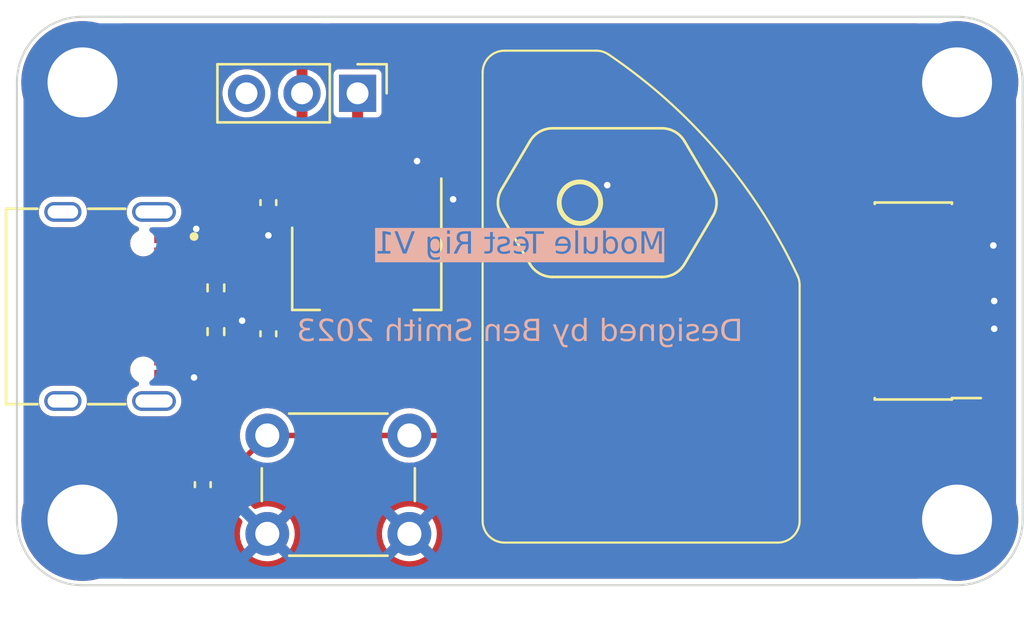
<source format=kicad_pcb>
(kicad_pcb (version 20221018) (generator pcbnew)
  (layers (0 "F.Cu" signal) (31 "B.Cu" signal) (34 "B.Paste" user) (35 "F.Paste" user) (36 "B.SilkS" user "B.Silkscreen") (37 "F.SilkS" user "F.Silkscreen") (38 "B.Mask" user) (39 "F.Mask" user) (44 "Edge.Cuts" user))
  (net 0 "")
  (net 1 "/STM32_SWDIO")
  (net 2 "/STM32_SWCLK")
  (net 5 "/STM32_VCP_TX")
  (net 6 "/STM32_VCP_RX")
  (net 8 "GND")
  (net 11 "/STM32_RST")
  (net 12 "+3V3")
  (net 14 "VBUS")
  (net 16 "/USB_DN")
  (net 17 "/USB_DP")
  (net 18 "/CC1")
  (net 19 "/CC2")
  (net 20 "/VIN")
  (footprint "MountingHole:MountingHole_3.2mm_M3_DIN965_Pad_TopBottom" (layer "F.Cu") (at 135 75)
    (fp_text reference "H105" hide)
    (fp_text value "M3")
    (pad "1" thru_hole circle locked (at 0 0) (size 3.6 3.6) (drill 3.2) (layers "*.Cu" "*.Mask") (net 8 "GND"))
    (pad "1" connect circle locked (at 0 0) (size 5.6 5.6) (layers "F.Cu" "F.Mask") (net 8 "GND"))
    (pad "1" connect circle locked (at 0 0) (size 5.6 5.6) (layers "B.Cu" "B.Mask") (net 8 "GND"))
  )
  (footprint "watch_footprints:10-Pin Pogo Connector" (layer "F.Cu") (at 159 80.5 90)
    (fp_text reference "J102" hide)
    (fp_text value "10-Pin Pogo Connector")
    (fp_line (start -3.400003 -2.500001) (end -3.4 2.5) (stroke (width 0.12)) (layer "F.SilkS"))
    (fp_line (start -2.810299 3.533216) (end -0.615958 4.830945) (stroke (width 0.12)) (layer "F.SilkS"))
    (fp_line (start -0.615958 -4.830945) (end -2.810302 -3.533217) (stroke (width 0.12)) (layer "F.SilkS"))
    (fp_line (start 0.615958 -4.830945) (end 2.810299 -3.533216) (stroke (width 0.12)) (layer "F.SilkS"))
    (fp_line (start 0.615958 4.830945) (end 2.810302 3.533217) (stroke (width 0.12)) (layer "F.SilkS"))
    (fp_line (start 3.400003 2.500001) (end 3.4 -2.5) (stroke (width 0.12)) (layer "F.SilkS"))
    (fp_arc (start -3.400003 -2.500001) (mid -3.242202 -3.094829) (end -2.810302 -3.533217) (stroke (width 0.12)) (layer "F.SilkS"))
    (fp_arc (start -2.810299 3.533216) (mid -3.242199 3.094828) (end -3.4 2.5) (stroke (width 0.12)) (layer "F.SilkS"))
    (fp_arc (start -0.615958 -4.830945) (mid 0 -5.000938) (end 0.615958 -4.830945) (stroke (width 0.12)) (layer "F.SilkS"))
    (fp_arc (start 0.615958 4.830945) (mid 0 5.000938) (end -0.615958 4.830945) (stroke (width 0.12)) (layer "F.SilkS"))
    (fp_arc (start 2.810299 -3.533216) (mid 3.242199 -3.094828) (end 3.4 -2.5) (stroke (width 0.12)) (layer "F.SilkS"))
    (fp_arc (start 3.400003 2.500001) (mid 3.242202 3.094829) (end 2.810302 3.533217) (stroke (width 0.12)) (layer "F.SilkS"))
    (fp_circle (center 0 -1.25) (end 0.9 -1.25) (stroke (width 0.12)) (fill none) (layer "F.SilkS"))
    (fp_circle (center 0 -1.25) (end 1 -1.25) (stroke (width 0.12)) (fill none) (layer "F.SilkS"))
    (pad "A1" smd circle locked (at -2.2 -2.5 90) (size 1.5 1.5) (layers "F.Cu" "F.Mask") (net 1 "/STM32_SWDIO"))
    (pad "A2" smd circle locked (at -2.2 0 90) (size 1.5 1.5) (layers "F.Cu" "F.Mask") (net 2 "/STM32_SWCLK"))
    (pad "A3" smd circle locked (at -2.2 2.5 90) (size 1.5 1.5) (layers "F.Cu" "F.Mask") (net 12 "+3V3"))
    (pad "B1" smd circle locked (at 0 -3.75 90) (size 1.5 1.5) (layers "F.Cu" "F.Mask") (net 5 "/STM32_VCP_TX"))
    (pad "B2" smd circle locked (at 0 -1.25 90) (size 1.5 1.5) (layers "F.Cu" "F.Mask") (net 8 "GND"))
    (pad "B3" smd circle locked (at 0 1.25 90) (size 1.5 1.5) (layers "F.Cu" "F.Mask"))
    (pad "B4" smd circle locked (at 0 3.75 90) (size 1.5 1.5) (layers "F.Cu" "F.Mask") (net 12 "+3V3"))
    (pad "C1" smd circle locked (at 2.2 -2.5 90) (size 1.5 1.5) (layers "F.Cu" "F.Mask") (net 6 "/STM32_VCP_RX"))
    (pad "C2" smd circle locked (at 2.2 0 90) (size 1.5 1.5) (layers "F.Cu" "F.Mask") (net 11 "/STM32_RST"))
    (pad "C3" smd circle locked (at 2.2 2.5 90) (size 1.5 1.5) (layers "F.Cu" "F.Mask"))
  )
  (footprint "watch_footprints:STDC14" (layer "F.Cu") (at 173 85 180)
    (fp_text reference "J101" hide)
    (fp_text value "STDC14")
    (fp_line (start -3.09 -4.44) (end -1.765 -4.44) (stroke (width 0.12)) (layer "F.SilkS"))
    (fp_line (start -1.765 -4.505) (end -1.765 -4.44) (stroke (width 0.12)) (layer "F.SilkS"))
    (fp_line (start -1.765 -4.505) (end 1.765 -4.505) (stroke (width 0.12)) (layer "F.SilkS"))
    (fp_line (start -1.765 4.44) (end -1.765 4.505) (stroke (width 0.12)) (layer "F.SilkS"))
    (fp_line (start -1.765 4.505) (end 1.765 4.505) (stroke (width 0.12)) (layer "F.SilkS"))
    (fp_line (start 1.765 -4.505) (end 1.765 -4.44) (stroke (width 0.12)) (layer "F.SilkS"))
    (fp_line (start 1.765 4.44) (end 1.765 4.505) (stroke (width 0.12)) (layer "F.SilkS"))
    (pad "1" smd rect locked (at -1.95 -3.81 180) (size 2.4 0.74) (layers "F.Cu" "F.Paste" "F.Mask"))
    (pad "2" smd rect locked (at 1.95 -3.81 180) (size 2.4 0.74) (layers "F.Cu" "F.Paste" "F.Mask"))
    (pad "3" smd rect locked (at -1.95 -2.54 180) (size 2.4 0.74) (layers "F.Cu" "F.Paste" "F.Mask") (net 12 "+3V3"))
    (pad "4" smd rect locked (at 1.95 -2.54 180) (size 2.4 0.74) (layers "F.Cu" "F.Paste" "F.Mask") (net 1 "/STM32_SWDIO"))
    (pad "5" smd rect locked (at -1.95 -1.27 180) (size 2.4 0.74) (layers "F.Cu" "F.Paste" "F.Mask") (net 8 "GND"))
    (pad "6" smd rect locked (at 1.95 -1.27 180) (size 2.4 0.74) (layers "F.Cu" "F.Paste" "F.Mask") (net 2 "/STM32_SWCLK"))
    (pad "7" smd rect locked (at -1.95 0 180) (size 2.4 0.74) (layers "F.Cu" "F.Paste" "F.Mask") (net 8 "GND"))
    (pad "8" smd rect locked (at 1.95 0 180) (size 2.4 0.74) (layers "F.Cu" "F.Paste" "F.Mask"))
    (pad "9" smd rect locked (at -1.95 1.27 180) (size 2.4 0.74) (layers "F.Cu" "F.Paste" "F.Mask"))
    (pad "10" smd rect locked (at 1.95 1.27 180) (size 2.4 0.74) (layers "F.Cu" "F.Paste" "F.Mask"))
    (pad "11" smd rect locked (at -1.95 2.54 180) (size 2.4 0.74) (layers "F.Cu" "F.Paste" "F.Mask") (net 8 "GND"))
    (pad "12" smd rect locked (at 1.95 2.54 180) (size 2.4 0.74) (layers "F.Cu" "F.Paste" "F.Mask") (net 11 "/STM32_RST"))
    (pad "13" smd rect locked (at -1.95 3.81 180) (size 2.4 0.74) (layers "F.Cu" "F.Paste" "F.Mask") (net 6 "/STM32_VCP_RX"))
    (pad "14" smd rect locked (at 1.95 3.81 180) (size 2.4 0.74) (layers "F.Cu" "F.Paste" "F.Mask") (net 5 "/STM32_VCP_TX"))
  )
  (footprint "Connector_PinHeader_2.54mm:PinHeader_1x03_P2.54mm_Vertical" (layer "F.Cu") (at 147.58 75.5 -90)
    (fp_text reference "SW101" hide)
    (fp_text value "SW_SPDT")
    (fp_line (start -1.33 -1.33) (end 0 -1.33) (stroke (width 0.12)) (layer "F.SilkS"))
    (fp_line (start -1.33 0) (end -1.33 -1.33) (stroke (width 0.12)) (layer "F.SilkS"))
    (fp_line (start -1.33 1.27) (end -1.33 6.41) (stroke (width 0.12)) (layer "F.SilkS"))
    (fp_line (start -1.33 1.27) (end 1.33 1.27) (stroke (width 0.12)) (layer "F.SilkS"))
    (fp_line (start -1.33 6.41) (end 1.33 6.41) (stroke (width 0.12)) (layer "F.SilkS"))
    (fp_line (start 1.33 1.27) (end 1.33 6.41) (stroke (width 0.12)) (layer "F.SilkS"))
    (pad "1" thru_hole rect locked (at 0 0 270) (size 1.7 1.7) (drill 1) (layers "*.Cu" "*.Mask") (net 14 "VBUS"))
    (pad "2" thru_hole oval locked (at 0 2.54 270) (size 1.7 1.7) (drill 1) (layers "*.Cu" "*.Mask") (net 20 "/VIN"))
    (pad "3" thru_hole oval locked (at 0 5.08 270) (size 1.7 1.7) (drill 1) (layers "*.Cu" "*.Mask"))
  )
  (footprint "watch_footprints:Watch Module Outline V1 SS" (layer "F.Cu") (at 160.55 85.050048 90)
    (fp_text reference "U101" hide)
    (fp_text value "Watch_Module_Outline_V1_SS")
    (fp_line (start -11 -6.25) (end -11 6.25) (stroke (width 0.1)) (layer "F.SilkS"))
    (fp_line (start -10 7.25) (end 0.780143 7.25) (stroke (width 0.1)) (layer "F.SilkS"))
    (fp_line (start 10.5 -7.25) (end -10 -7.25) (stroke (width 0.1)) (layer "F.SilkS"))
    (fp_line (start 11.5 -2.0528) (end 11.5 -6.25) (stroke (width 0.1)) (layer "F.SilkS"))
    (fp_arc (start -10.999904 -6.25) (mid -10.707022 -6.957118) (end -9.999904 -7.25) (stroke (width 0.1)) (layer "F.SilkS"))
    (fp_arc (start -9.999904 7.25) (mid -10.707027 6.957123) (end -10.999904 6.25) (stroke (width 0.1)) (layer "F.SilkS"))
    (fp_arc (start 1.203704 7.155872) (mid 0.997095 7.226183) (end 0.780153 7.25) (stroke (width 0.1)) (layer "F.SilkS"))
    (fp_arc (start 10.500096 -7.25) (mid 11.207205 -6.957108) (end 11.500096 -6.25) (stroke (width 0.1)) (layer "F.SilkS"))
    (fp_arc (start 11.328545 -1.492879) (mid 6.85254 3.518002) (end 1.203694 7.155872) (stroke (width 0.1)) (layer "F.SilkS"))
    (fp_arc (start 11.500096 -2.0528) (mid 11.456272 -1.760008) (end 11.328641 -1.492878) (stroke (width 0.1)) (layer "F.SilkS"))
  )
  (footprint "MountingHole:MountingHole_3.2mm_M3_DIN965_Pad_TopBottom" (layer "F.Cu") (at 175.000001 74.999999)
    (fp_text reference "H107" hide)
    (fp_text value "M3")
    (pad "1" thru_hole circle locked (at 0 0) (size 3.6 3.6) (drill 3.2) (layers "*.Cu" "*.Mask") (net 8 "GND"))
    (pad "1" connect circle locked (at 0 0) (size 5.6 5.6) (layers "F.Cu" "F.Mask") (net 8 "GND"))
    (pad "1" connect circle locked (at 0 0) (size 5.6 5.6) (layers "B.Cu" "B.Mask") (net 8 "GND"))
  )
  (footprint "Button_Switch_THT:SW_PUSH_6mm_H5mm" (layer "F.Cu") (at 143.45 91.15)
    (fp_text reference "SW102" hide)
    (fp_text value "PSH_BTN")
    (fp_line (start -0.25 1.5) (end -0.25 3) (stroke (width 0.12)) (layer "F.SilkS"))
    (fp_line (start 1 5.5) (end 5.5 5.5) (stroke (width 0.12)) (layer "F.SilkS"))
    (fp_line (start 5.5 -1) (end 1 -1) (stroke (width 0.12)) (layer "F.SilkS"))
    (fp_line (start 6.75 3) (end 6.75 1.5) (stroke (width 0.12)) (layer "F.SilkS"))
    (pad "1" thru_hole circle (at 0 0 90) (size 2 2) (drill 1.1) (layers "*.Cu" "*.Mask") (net 11 "/STM32_RST"))
    (pad "1" thru_hole circle (at 6.5 0 90) (size 2 2) (drill 1.1) (layers "*.Cu" "*.Mask") (net 11 "/STM32_RST"))
    (pad "2" thru_hole circle (at 0 4.5 90) (size 2 2) (drill 1.1) (layers "*.Cu" "*.Mask") (net 8 "GND"))
    (pad "2" thru_hole circle (at 6.5 4.5 90) (size 2 2) (drill 1.1) (layers "*.Cu" "*.Mask") (net 8 "GND"))
  )
  (footprint "MountingHole:MountingHole_3.2mm_M3_DIN965_Pad_TopBottom" (layer "F.Cu") (at 175.000001 94.999999)
    (fp_text reference "H108" hide)
    (fp_text value "M3")
    (pad "1" thru_hole circle locked (at 0 0) (size 3.6 3.6) (drill 3.2) (layers "*.Cu" "*.Mask") (net 8 "GND"))
    (pad "1" connect circle locked (at 0 0) (size 5.6 5.6) (layers "F.Cu" "F.Mask") (net 8 "GND"))
    (pad "1" connect circle locked (at 0 0) (size 5.6 5.6) (layers "B.Cu" "B.Mask") (net 8 "GND"))
  )
  (footprint "Resistor_SMD:R_0402_1005Metric" (layer "F.Cu") (at 141.1 84.4 -90)
    (fp_text reference "R101" hide)
    (fp_text value "5k1")
    (fp_line (start -0.153641 -0.38) (end 0.153641 -0.38) (stroke (width 0.12)) (layer "F.SilkS"))
    (fp_line (start -0.153641 0.38) (end 0.153641 0.38) (stroke (width 0.12)) (layer "F.SilkS"))
    (pad "1" smd roundrect locked (at -0.51 0 270) (size 0.54 0.64) (layers "F.Cu" "F.Paste" "F.Mask") (net 18 "/CC1"))
    (pad "2" smd roundrect locked (at 0.51 0 270) (size 0.54 0.64) (layers "F.Cu" "F.Paste" "F.Mask") (net 8 "GND"))
  )
  (footprint "Capacitor_SMD:C_0402_1005Metric" (layer "F.Cu") (at 143.5 80.5 -90)
    (fp_text reference "C103" hide)
    (fp_text value "10u")
    (fp_line (start -0.107836 -0.36) (end 0.107836 -0.36) (stroke (width 0.12)) (layer "F.SilkS"))
    (fp_line (start -0.107836 0.36) (end 0.107836 0.36) (stroke (width 0.12)) (layer "F.SilkS"))
    (pad "1" smd roundrect locked (at -0.48 0 270) (size 0.56 0.62) (layers "F.Cu" "F.Paste" "F.Mask") (net 14 "VBUS"))
    (pad "2" smd roundrect locked (at 0.48 0 270) (size 0.56 0.62) (layers "F.Cu" "F.Paste" "F.Mask") (net 8 "GND"))
  )
  (footprint "Resistor_SMD:R_0402_1005Metric" (layer "F.Cu") (at 141.1 86.4 90)
    (fp_text reference "R102" hide)
    (fp_text value "5k1")
    (fp_line (start -0.153641 -0.38) (end 0.153641 -0.38) (stroke (width 0.12)) (layer "F.SilkS"))
    (fp_line (start -0.153641 0.38) (end 0.153641 0.38) (stroke (width 0.12)) (layer "F.SilkS"))
    (pad "1" smd roundrect locked (at -0.51 0 90) (size 0.54 0.64) (layers "F.Cu" "F.Paste" "F.Mask") (net 19 "/CC2"))
    (pad "2" smd roundrect locked (at 0.51 0 90) (size 0.54 0.64) (layers "F.Cu" "F.Paste" "F.Mask") (net 8 "GND"))
  )
  (footprint "Capacitor_SMD:C_0402_1005Metric" (layer "F.Cu") (at 140.5 93.4 90)
    (fp_text reference "C101" hide)
    (fp_text value "100n")
    (fp_line (start -0.107836 -0.36) (end 0.107836 -0.36) (stroke (width 0.12)) (layer "F.SilkS"))
    (fp_line (start -0.107836 0.36) (end 0.107836 0.36) (stroke (width 0.12)) (layer "F.SilkS"))
    (pad "1" smd roundrect (at -0.48 0 90) (size 0.56 0.62) (layers "F.Cu" "F.Paste" "F.Mask") (net 8 "GND"))
    (pad "2" smd roundrect (at 0.48 0 90) (size 0.56 0.62) (layers "F.Cu" "F.Paste" "F.Mask") (net 11 "/STM32_RST"))
  )
  (footprint "Package_TO_SOT_SMD:SOT-223-3_TabPin2" (layer "F.Cu") (at 148 83.5 -90)
    (fp_text reference "U102" hide)
    (fp_text value "AMS1117-3.3")
    (fp_line (start -4.1 -3.41) (end 1.91 -3.41) (stroke (width 0.12)) (layer "F.SilkS"))
    (fp_line (start -1.85 3.41) (end 1.91 3.41) (stroke (width 0.12)) (layer "F.SilkS"))
    (fp_line (start 1.91 -3.41) (end 1.91 -2.15) (stroke (width 0.12)) (layer "F.SilkS"))
    (fp_line (start 1.91 3.41) (end 1.91 2.15) (stroke (width 0.12)) (layer "F.SilkS"))
    (pad "1" smd rect locked (at -3.15 -2.3 270) (size 2 1.5) (layers "F.Cu" "F.Paste" "F.Mask") (net 8 "GND"))
    (pad "2" smd rect locked (at -3.15 0 270) (size 2 1.5) (layers "F.Cu" "F.Paste" "F.Mask") (net 12 "+3V3"))
    (pad "2" smd rect locked (at 3.15 0 270) (size 2 3.8) (layers "F.Cu" "F.Paste" "F.Mask") (net 12 "+3V3"))
    (pad "3" smd rect locked (at -3.15 2.3 270) (size 2 1.5) (layers "F.Cu" "F.Paste" "F.Mask") (net 14 "VBUS"))
  )
  (footprint "Capacitor_SMD:C_0402_1005Metric" (layer "F.Cu") (at 143.5 86.5 90)
    (fp_text reference "C102" hide)
    (fp_text value "22u")
    (fp_line (start -0.107836 -0.36) (end 0.107836 -0.36) (stroke (width 0.12)) (layer "F.SilkS"))
    (fp_line (start -0.107836 0.36) (end 0.107836 0.36) (stroke (width 0.12)) (layer "F.SilkS"))
    (pad "1" smd roundrect locked (at -0.48 0 90) (size 0.56 0.62) (layers "F.Cu" "F.Paste" "F.Mask") (net 12 "+3V3"))
    (pad "2" smd roundrect locked (at 0.48 0 90) (size 0.56 0.62) (layers "F.Cu" "F.Paste" "F.Mask") (net 8 "GND"))
  )
  (footprint "MountingHole:MountingHole_3.2mm_M3_DIN965_Pad_TopBottom" (layer "F.Cu") (at 135 95)
    (fp_text reference "H106" hide)
    (fp_text value "M3")
    (pad "1" thru_hole circle locked (at 0 0) (size 3.6 3.6) (drill 3.2) (layers "*.Cu" "*.Mask") (net 8 "GND"))
    (pad "1" connect circle locked (at 0 0) (size 5.6 5.6) (layers "F.Cu" "F.Mask") (net 8 "GND"))
    (pad "1" connect circle locked (at 0 0) (size 5.6 5.6) (layers "B.Cu" "B.Mask") (net 8 "GND"))
  )
  (footprint "watch_footprints:TYPE-C-31-M-12" (layer "F.Cu") (at 134.1 85.25 -90)
    (fp_text reference "J103" hide)
    (fp_text value "TYPE-C-31-M-12" hide)
    (fp_line (start -4.47 -2.85) (end -4.47 -1.17) (stroke (width 0.127)) (layer "F.SilkS"))
    (fp_line (start -4.47 2.6) (end -4.47 1.17) (stroke (width 0.127)) (layer "F.SilkS"))
    (fp_line (start -4.47 2.6) (end 4.47 2.6) (stroke (width 0.127)) (layer "F.SilkS"))
    (fp_line (start 4.47 -2.85) (end 4.47 -1.17) (stroke (width 0.127)) (layer "F.SilkS"))
    (fp_line (start 4.47 2.6) (end 4.47 1.17) (stroke (width 0.127)) (layer "F.SilkS"))
    (fp_circle (center -3.2 -6) (end -3.1 -6) (stroke (width 0.2)) (fill none) (layer "F.SilkS"))
    (pad "" np_thru_hole circle locked (at -2.89 -3.68 270) (size 0.6 0.6) (drill 0.6) (layers "*.Cu" "*.Mask"))
    (pad "" np_thru_hole circle locked (at 2.89 -3.68 270) (size 0.6 0.6) (drill 0.6) (layers "*.Cu" "*.Mask"))
    (pad "A1_B12" smd rect locked (at -3.2 -4.75 270) (size 0.6 1.14) (layers "F.Cu" "F.Paste") (net 8 "GND"))
    (pad "A4_B9" smd rect locked (at -2.4 -4.75 270) (size 0.6 1.14) (layers "F.Cu" "F.Paste") (net 20 "/VIN"))
    (pad "A5" smd rect locked (at -1.25 -4.75 270) (size 0.3 1.14) (layers "F.Cu" "F.Paste") (net 18 "/CC1"))
    (pad "A6" smd rect locked (at -0.25 -4.75 270) (size 0.3 1.14) (layers "F.Cu" "F.Paste") (net 16 "/USB_DN"))
    (pad "A7" smd rect locked (at 0.25 -4.75 270) (size 0.3 1.14) (layers "F.Cu" "F.Paste") (net 17 "/USB_DP"))
    (pad "A8" smd rect locked (at 1.25 -4.75 270) (size 0.3 1.14) (layers "F.Cu" "F.Paste"))
    (pad "B1_A12" smd rect locked (at 3.2 -4.75 270) (size 0.6 1.14) (layers "F.Cu" "F.Paste") (net 8 "GND"))
    (pad "B4_A9" smd rect locked (at 2.4 -4.75 270) (size 0.6 1.14) (layers "F.Cu" "F.Paste") (net 20 "/VIN"))
    (pad "B5" smd rect locked (at 1.75 -4.75 270) (size 0.3 1.14) (layers "F.Cu" "F.Paste") (net 19 "/CC2"))
    (pad "B6" smd rect locked (at 0.75 -4.75 270) (size 0.3 1.14) (layers "F.Cu" "F.Paste") (net 16 "/USB_DN"))
    (pad "B7" smd rect locked (at -0.75 -4.75 270) (size 0.3 1.14) (layers "F.Cu" "F.Paste") (net 17 "/USB_DP"))
    (pad "B8" smd rect locked (at -1.75 -4.75 270) (size 0.3 1.14) (layers "F.Cu" "F.Paste"))
    (pad "S1" thru_hole oval locked (at -4.325 -4.17 270) (size 0.9 2) (drill oval 0.6 1.7) (layers "*.Cu" "*.Mask"))
    (pad "S2" thru_hole oval locked (at 4.325 -4.17 270) (size 0.9 2) (drill oval 0.6 1.7) (layers "*.Cu" "*.Mask"))
    (pad "S3" thru_hole oval locked (at -4.325 0 270) (size 0.9 1.7) (drill oval 0.6 1.4) (layers "*.Cu" "*.Mask"))
    (pad "S4" thru_hole oval locked (at 4.325 0 270) (size 0.9 1.7) (drill oval 0.6 1.4) (layers "*.Cu" "*.Mask"))
  )
  (gr_arc locked (start 175.000001 71.999999) (mid 177.121321 72.878679) (end 178.000001 74.999999) (stroke (width 0.1)) (layer "Edge.Cuts"))
  (gr_arc locked (start 135 98) (mid 132.87868 97.12132) (end 132 95) (stroke (width 0.1)) (layer "Edge.Cuts"))
  (gr_line locked (start 175.000001 71.999999) (end 135 72) (stroke (width 0.1)) (layer "Edge.Cuts"))
  (gr_arc locked (start 132 75) (mid 132.87868 72.87868) (end 135 72) (stroke (width 0.1)) (layer "Edge.Cuts"))
  (gr_arc locked (start 178.000001 94.999999) (mid 177.121321 97.121319) (end 175.000001 97.999999) (stroke (width 0.1)) (layer "Edge.Cuts"))
  (gr_line locked (start 135 98) (end 175.000001 97.999999) (stroke (width 0.1)) (layer "Edge.Cuts"))
  (gr_line locked (start 178.000001 94.999999) (end 178.000001 74.999999) (stroke (width 0.1)) (layer "Edge.Cuts"))
  (gr_line locked (start 132 75) (end 132 95) (stroke (width 0.1)) (layer "Edge.Cuts"))
  (gr_text "Module Test Rig V1" (at 155 83) (layer "B.SilkS" knockout) (effects (font (size 1 1)) (justify bottom mirror)))
  (gr_text "Designed by Ben Smith 2023" (at 155 87) (layer "B.SilkS") (effects (font (size 1 1)) (justify bottom mirror)))
  (segment (start 156.5 82.7) (end 161.34 87.54) (width 0.25) (layer "F.Cu") (net 1))
  (segment locked (start 161.34 87.54) (end 171.05 87.54) (width 0.25) (layer "F.Cu") (net 1))
  (segment (start 159 82.7) (end 162.57 86.27) (width 0.25) (layer "F.Cu") (net 2))
  (segment locked (start 162.57 86.27) (end 171.05 86.27) (width 0.25) (layer "F.Cu") (net 2))
  (segment (start 155.25 80.5) (end 155.9 80.5) (width 0.25) (layer "F.Cu") (net 5))
  (segment (start 157.8 77) (end 158.9 75.9) (width 0.25) (layer "F.Cu") (net 5))
  (segment (start 157.8 78.6) (end 157.8 77) (width 0.25) (layer "F.Cu") (net 5))
  (segment (start 155.9 80.5) (end 157.8 78.6) (width 0.25) (layer "F.Cu") (net 5))
  (segment (start 158.9 75.9) (end 165.76 75.9) (width 0.25) (layer "F.Cu") (net 5))
  (segment locked (start 165.76 75.9) (end 171.05 81.19) (width 0.25) (layer "F.Cu") (net 5))
  (segment locked (start 168.96 75.2) (end 174.95 81.19) (width 0.25) (layer "F.Cu") (net 6))
  (segment locked (start 157.7 75.2) (end 168.96 75.2) (width 0.25) (layer "F.Cu") (net 6))
  (segment (start 156.5 76.4) (end 157.7 75.2) (width 0.25) (layer "F.Cu") (net 6))
  (segment (start 156.5 78.3) (end 156.5 76.4) (width 0.25) (layer "F.Cu") (net 6))
  (segment (start 159 79.7) (end 158.55 79.7) (width 0.25) (layer "F.Cu") (net 8))
  (segment locked (start 174.95 86.27) (end 174.95 85) (width 0.25) (layer "F.Cu") (net 8))
  (segment (start 158.55 79.7) (end 157.75 80.5) (width 0.25) (layer "F.Cu") (net 8))
  (segment locked (start 139.85 82.05) (end 140.2 81.7) (width 0.25) (layer "F.Cu") (net 8))
  (segment (start 140.5 93.88) (end 141.68 93.88) (width 0.25) (layer "F.Cu") (net 8))
  (segment locked (start 143.5 86.02) (end 142.42 86.02) (width 0.5) (layer "F.Cu") (net 8))
  (segment locked (start 142.29 85.89) (end 142.3 85.9) (width 0.5) (layer "F.Cu") (net 8))
  (segment locked (start 150.3 80.35) (end 150.3 78.6) (width 0.5) (layer "F.Cu") (net 8))
  (segment locked (start 141.68 93.88) (end 143.45 95.65) (width 0.25) (layer "F.Cu") (net 8))
  (segment locked (start 138.85 88.45) (end 140.05 88.45) (width 0.25) (layer "F.Cu") (net 8))
  (segment locked (start 174.95 85) (end 176.7 85) (width 0.25) (layer "F.Cu") (net 8))
  (segment locked (start 143.5 80.98) (end 143.5 82) (width 0.5) (layer "F.Cu") (net 8))
  (segment locked (start 142.42 86.02) (end 142.3 85.9) (width 0.5) (layer "F.Cu") (net 8))
  (segment (start 151.95 80.35) (end 150.3 80.35) (width 0.5) (layer "F.Cu") (net 8))
  (segment locked (start 141.1 85.89) (end 141.1 84.91) (width 0.25) (layer "F.Cu") (net 8))
  (segment locked (start 176.66 82.46) (end 174.95 82.46) (width 0.25) (layer "F.Cu") (net 8))
  (segment locked (start 141.1 85.89) (end 142.29 85.89) (width 0.5) (layer "F.Cu") (net 8))
  (segment locked (start 140.05 88.45) (end 140.1 88.5) (width 0.25) (layer "F.Cu") (net 8))
  (segment locked (start 138.85 82.05) (end 139.85 82.05) (width 0.25) (layer "F.Cu") (net 8))
  (segment locked (start 176.7 86.27) (end 174.95 86.27) (width 0.25) (layer "F.Cu") (net 8))
  (via locked (at 176.66 82.46) (size 0.45) (drill 0.3) (layers "F.Cu" "B.Cu") (net 8))
  (via locked (at 143.5 82) (size 0.45) (drill 0.3) (layers "F.Cu" "B.Cu") (net 8))
  (via (at 151.95 80.35) (size 0.45) (drill 0.3) (layers "F.Cu" "B.Cu") (net 8))
  (via locked (at 142.3 85.9) (size 0.45) (drill 0.3) (layers "F.Cu" "B.Cu") (net 8))
  (via locked (at 176.7 86.27) (size 0.45) (drill 0.3) (layers "F.Cu" "B.Cu") (net 8))
  (via locked (at 140.1 88.5) (size 0.45) (drill 0.3) (layers "F.Cu" "B.Cu") (net 8))
  (via (at 159 79.7) (size 0.45) (drill 0.3) (layers "F.Cu" "B.Cu") (net 8))
  (via locked (at 150.3 78.6) (size 0.45) (drill 0.3) (layers "F.Cu" "B.Cu") (net 8))
  (via locked (at 176.7 85) (size 0.45) (drill 0.3) (layers "F.Cu" "B.Cu") (net 8))
  (via locked (at 140.2 81.7) (size 0.45) (drill 0.3) (layers "F.Cu" "B.Cu") (net 8))
  (segment locked (start 170.06 82.46) (end 171.05 82.46) (width 0.25) (layer "F.Cu") (net 11))
  (segment locked (start 141.68 92.92) (end 143.45 91.15) (width 0.25) (layer "F.Cu") (net 11))
  (segment (start 159 78.3) (end 160.6 76.7) (width 0.25) (layer "F.Cu") (net 11))
  (segment (start 141.68 92.92) (end 140.5 92.92) (width 0.25) (layer "F.Cu") (net 11))
  (segment (start 160.6 76.7) (end 164.3 76.7) (width 0.25) (layer "F.Cu") (net 11))
  (segment (start 143.45 91.15) (end 149.95 91.15) (width 0.25) (layer "F.Cu") (net 11))
  (segment locked (start 173 83) (end 172.46 82.46) (width 0.25) (layer "F.Cu") (net 11))
  (segment locked (start 173 89.5) (end 173 83) (width 0.25) (layer "F.Cu") (net 11))
  (segment locked (start 149.95 91.15) (end 171.35 91.15) (width 0.25) (layer "F.Cu") (net 11))
  (segment locked (start 171.35 91.15) (end 173 89.5) (width 0.25) (layer "F.Cu") (net 11))
  (segment locked (start 172.46 82.46) (end 171.05 82.46) (width 0.25) (layer "F.Cu") (net 11))
  (segment locked (start 164.3 76.7) (end 170.06 82.46) (width 0.25) (layer "F.Cu") (net 11))
  (segment locked (start 143.5 80.02) (end 145.37 80.02) (width 0.5) (layer "F.Cu") (net 14))
  (segment locked (start 145.37 80.02) (end 145.7 80.35) (width 0.5) (layer "F.Cu") (net 14))
  (segment locked (start 138.85 86) (end 139.67 86) (width 0.25) (layer "F.Cu") (net 16))
  (segment locked (start 139.67 86) (end 139.695 85.975) (width 0.25) (layer "F.Cu") (net 16))
  (segment locked (start 139.67 85) (end 138.85 85) (width 0.25) (layer "F.Cu") (net 16))
  (segment locked (start 139.695 85.025) (end 139.67 85) (width 0.25) (layer "F.Cu") (net 16))
  (segment locked (start 139.695 85.975) (end 139.695 85.025) (width 0.25) (layer "F.Cu") (net 16))
  (segment locked (start 138.005 85.475) (end 138.03 85.5) (width 0.25) (layer "F.Cu") (net 17))
  (segment locked (start 138.03 84.5) (end 138.005 84.525) (width 0.25) (layer "F.Cu") (net 17))
  (segment locked (start 138.03 85.5) (end 138.85 85.5) (width 0.25) (layer "F.Cu") (net 17))
  (segment locked (start 138.85 84.5) (end 138.03 84.5) (width 0.25) (layer "F.Cu") (net 17))
  (segment locked (start 138.005 84.525) (end 138.005 85.475) (width 0.25) (layer "F.Cu") (net 17))
  (segment locked (start 140.99 84) (end 138.85 84) (width 0.25) (layer "F.Cu") (net 18))
  (segment locked (start 141.1 83.89) (end 140.99 84) (width 0.25) (layer "F.Cu") (net 18))
  (segment locked (start 141.01 87) (end 141.1 86.91) (width 0.25) (layer "F.Cu") (net 19))
  (segment locked (start 138.85 87) (end 141.01 87) (width 0.25) (layer "F.Cu") (net 19))
  (zone locked (net 0) (net_name "") (layer "F.Cu") (connect_pads (clearance 0)) (min_thickness 0.15)
    (keepout (tracks allowed) (vias allowed) (pads allowed) (copperpour not_allowed) (footprints allowed))
    (fill (thermal_gap 0.15) (thermal_bridge_width 0.5) (island_removal_mode 1) (island_area_min 10))
    (polygon (pts (xy 134.5 96) (xy 134.9 96) (xy 134.9 96.5) (xy 134.5 96.5)))
  )
  (zone locked (net 12) (net_name "+3V3") (layer "F.Cu") (priority 1) (connect_pads thru_hole_only (clearance 0.25)) (min_thickness 0.25) (fill yes (thermal_gap 0.5) (thermal_bridge_width 0.5))
    (polygon (pts (xy 132 72) (xy 178 72) (xy 178 98) (xy 132 98)))
  )
  (zone locked (net 20) (net_name "/VIN") (layer "F.Cu") (priority 2) (connect_pads thru_hole_only (clearance 0.25)) (min_thickness 0.25) (fill yes (thermal_gap 0.5) (thermal_bridge_width 0.5))
    (polygon (pts (xy 132 72) (xy 146 72) (xy 146 77) (xy 144 79) (xy 144 88) (xy 143 89) (xy 132 89)))
  )
  (zone locked (net 14) (net_name "VBUS") (layer "F.Cu") (priority 3) (connect_pads thru_hole_only (clearance 0.25)) (min_thickness 0.25) (fill yes (thermal_gap 0.5) (thermal_bridge_width 0.5))
    (polygon (pts (xy 146.5 74.5) (xy 148.5 74.5) (xy 148.5 77.5) (xy 146.5 79.5) (xy 146.5 81.5) (xy 145 81.5) (xy 145 79) (xy 146.5 77.5)))
  )
  (zone locked (net 0) (net_name "") (layer "F.Cu") (connect_pads (clearance 0)) (min_thickness 0.15)
    (keepout (tracks allowed) (vias allowed) (pads allowed) (copperpour not_allowed) (footprints allowed))
    (fill (thermal_gap 0.15) (thermal_bridge_width 0.5) (island_removal_mode 1) (island_area_min 10))
    (polygon (pts (xy 135.7 93.7) (xy 136.4 93.7) (xy 136.4 94.2) (xy 135.7 94.2)))
  )
  (zone (net 0) (net_name "") (layers "F.Cu" "Dwgs.User") (connect_pads thru_hole_only (clearance 0)) (min_thickness 0.25)
    (keepout (tracks allowed) (vias allowed) (pads allowed) (copperpour not_allowed) (footprints allowed))
    (fill (thermal_gap 0.5) (thermal_bridge_width 0.5))
    (polygon (pts (xy 157.3 82.4) (xy 158.2 82.4) (xy 158.2 82.9) (xy 157.3 82.9)))
  )
  (zone locked (net 0) (net_name "") (layer "B.Cu") (connect_pads (clearance 0)) (min_thickness 0.15)
    (keepout (tracks allowed) (vias allowed) (pads allowed) (copperpour not_allowed) (footprints allowed))
    (fill (thermal_gap 0.15) (thermal_bridge_width 0.5))
    (polygon (pts (xy 173.4 93.7) (xy 174 93.7) (xy 174 94.3) (xy 173.4 94.3)))
  )
  (zone (net 8) (net_name "GND") (layer "B.Cu") (connect_pads thru_hole_only (clearance 0.25)) (min_thickness 0.25) (fill yes (thermal_gap 0.5) (thermal_bridge_width 0.5))
    (polygon (pts (xy 132 72) (xy 178 72) (xy 178 98) (xy 132 98)))
  )
)
</source>
